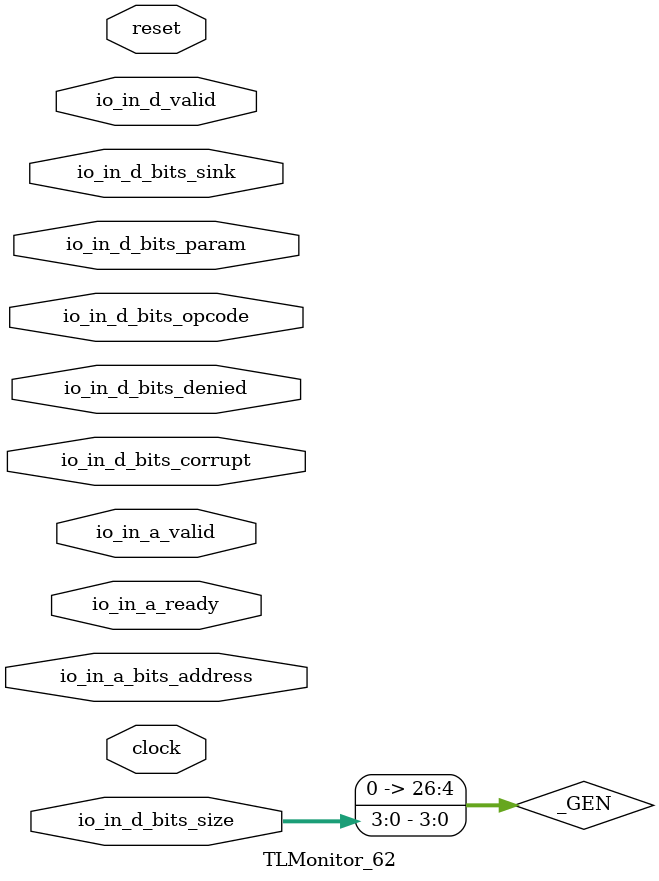
<source format=sv>
`ifndef RANDOMIZE
  `ifdef RANDOMIZE_REG_INIT
    `define RANDOMIZE
  `endif // RANDOMIZE_REG_INIT
`endif // not def RANDOMIZE
`ifndef RANDOMIZE
  `ifdef RANDOMIZE_MEM_INIT
    `define RANDOMIZE
  `endif // RANDOMIZE_MEM_INIT
`endif // not def RANDOMIZE

`ifndef RANDOM
  `define RANDOM $random
`endif // not def RANDOM

// Users can define 'PRINTF_COND' to add an extra gate to prints.
`ifndef PRINTF_COND_
  `ifdef PRINTF_COND
    `define PRINTF_COND_ (`PRINTF_COND)
  `else  // PRINTF_COND
    `define PRINTF_COND_ 1
  `endif // PRINTF_COND
`endif // not def PRINTF_COND_

// Users can define 'ASSERT_VERBOSE_COND' to add an extra gate to assert error printing.
`ifndef ASSERT_VERBOSE_COND_
  `ifdef ASSERT_VERBOSE_COND
    `define ASSERT_VERBOSE_COND_ (`ASSERT_VERBOSE_COND)
  `else  // ASSERT_VERBOSE_COND
    `define ASSERT_VERBOSE_COND_ 1
  `endif // ASSERT_VERBOSE_COND
`endif // not def ASSERT_VERBOSE_COND_

// Users can define 'STOP_COND' to add an extra gate to stop conditions.
`ifndef STOP_COND_
  `ifdef STOP_COND
    `define STOP_COND_ (`STOP_COND)
  `else  // STOP_COND
    `define STOP_COND_ 1
  `endif // STOP_COND
`endif // not def STOP_COND_

// Users can define INIT_RANDOM as general code that gets injected into the
// initializer block for modules with registers.
`ifndef INIT_RANDOM
  `define INIT_RANDOM
`endif // not def INIT_RANDOM

// If using random initialization, you can also define RANDOMIZE_DELAY to
// customize the delay used, otherwise 0.002 is used.
`ifndef RANDOMIZE_DELAY
  `define RANDOMIZE_DELAY 0.002
`endif // not def RANDOMIZE_DELAY

// Define INIT_RANDOM_PROLOG_ for use in our modules below.
`ifndef INIT_RANDOM_PROLOG_
  `ifdef RANDOMIZE
    `ifdef VERILATOR
      `define INIT_RANDOM_PROLOG_ `INIT_RANDOM
    `else  // VERILATOR
      `define INIT_RANDOM_PROLOG_ `INIT_RANDOM #`RANDOMIZE_DELAY begin end
    `endif // VERILATOR
  `else  // RANDOMIZE
    `define INIT_RANDOM_PROLOG_
  `endif // RANDOMIZE
`endif // not def INIT_RANDOM_PROLOG_

module TLMonitor_62(
  input        clock,
               reset,
               io_in_a_ready,
               io_in_a_valid,
  input [31:0] io_in_a_bits_address,
  input        io_in_d_valid,
  input [2:0]  io_in_d_bits_opcode,
  input [1:0]  io_in_d_bits_param,
  input [3:0]  io_in_d_bits_size,
               io_in_d_bits_sink,
  input        io_in_d_bits_denied,
               io_in_d_bits_corrupt
);

  wire [31:0] _plusarg_reader_1_out;	// @[PlusArg.scala:80:11]
  wire [31:0] _plusarg_reader_out;	// @[PlusArg.scala:80:11]
  wire        _T_1164 = io_in_a_ready & io_in_a_valid;	// @[Decoupled.scala:51:35]
  reg  [7:0]  a_first_counter;	// @[Edges.scala:229:27]
  reg  [2:0]  opcode;	// @[Monitor.scala:384:22]
  reg  [2:0]  param;	// @[Monitor.scala:385:22]
  reg  [3:0]  size;	// @[Monitor.scala:386:22]
  reg         source;	// @[Monitor.scala:387:22]
  reg  [31:0] address;	// @[Monitor.scala:388:22]
  reg  [7:0]  d_first_counter;	// @[Edges.scala:229:27]
  reg  [2:0]  opcode_1;	// @[Monitor.scala:535:22]
  reg  [1:0]  param_1;	// @[Monitor.scala:536:22]
  reg  [3:0]  size_1;	// @[Monitor.scala:537:22]
  reg         source_1;	// @[Monitor.scala:538:22]
  reg  [3:0]  sink;	// @[Monitor.scala:539:22]
  reg         denied;	// @[Monitor.scala:540:22]
  reg         inflight;	// @[Monitor.scala:611:27]
  reg  [3:0]  inflight_opcodes;	// @[Monitor.scala:613:35]
  reg  [7:0]  inflight_sizes;	// @[Monitor.scala:615:33]
  reg  [7:0]  a_first_counter_1;	// @[Edges.scala:229:27]
  wire        a_first_1 = a_first_counter_1 == 8'h0;	// @[Edges.scala:229:27, :231:25, Monitor.scala:745:35]
  reg  [7:0]  d_first_counter_1;	// @[Edges.scala:229:27]
  wire        d_first_1 = d_first_counter_1 == 8'h0;	// @[Edges.scala:229:27, :231:25, Monitor.scala:745:35]
  wire        a_set = _T_1164 & a_first_1;	// @[Decoupled.scala:51:35, Edges.scala:231:25, Monitor.scala:652:27]
  wire        d_release_ack = io_in_d_bits_opcode == 3'h6;	// @[Monitor.scala:81:25, :670:46]
  reg  [31:0] watchdog;	// @[Monitor.scala:706:27]
  reg  [7:0]  d_first_counter_2;	// @[Edges.scala:229:27]
  wire        d_first_2 = d_first_counter_2 == 8'h0;	// @[Edges.scala:229:27, :231:25, Monitor.scala:745:35]
  wire [26:0] _GEN = {23'h0, io_in_d_bits_size};	// @[package.scala:235:71]
  wire [26:0] _d_first_beats1_decode_T_1 = 27'hFFF << _GEN;	// @[package.scala:235:71]
  wire [26:0] _d_first_beats1_decode_T_5 = 27'hFFF << _GEN;	// @[package.scala:235:71]
  wire [26:0] _d_first_beats1_decode_T_9 = 27'hFFF << _GEN;	// @[package.scala:235:71]
  wire        d_clr = io_in_d_valid & d_first_1 & ~d_release_ack;	// @[Edges.scala:231:25, Monitor.scala:670:46, :671:74, :675:72]
  wire        _T_1055 = _T_1164 & ~(|a_first_counter);	// @[Decoupled.scala:51:35, Edges.scala:229:27, :231:25, Monitor.scala:396:20]
  wire        _T_1083 = io_in_d_valid & ~(|d_first_counter);	// @[Edges.scala:229:27, :231:25, Monitor.scala:549:20]
  always @(posedge clock) begin
    if (reset) begin
      a_first_counter <= 8'h0;	// @[Edges.scala:229:27, Monitor.scala:745:35]
      d_first_counter <= 8'h0;	// @[Edges.scala:229:27, Monitor.scala:745:35]
      inflight <= 1'h0;	// @[Monitor.scala:611:27]
      inflight_opcodes <= 4'h0;	// @[Monitor.scala:613:35, :638:65, Parameters.scala:92:42]
      inflight_sizes <= 8'h0;	// @[Monitor.scala:615:33, :745:35]
      a_first_counter_1 <= 8'h0;	// @[Edges.scala:229:27, Monitor.scala:745:35]
      d_first_counter_1 <= 8'h0;	// @[Edges.scala:229:27, Monitor.scala:745:35]
      watchdog <= 32'h0;	// @[Bundles.scala:259:74, Monitor.scala:706:27]
      d_first_counter_2 <= 8'h0;	// @[Edges.scala:229:27, Monitor.scala:745:35]
    end
    else begin
      if (_T_1164) begin	// @[Decoupled.scala:51:35]
        if (|a_first_counter)	// @[Edges.scala:229:27, :231:25]
          a_first_counter <= a_first_counter - 8'h1;	// @[Edges.scala:229:27, :230:28]
        else	// @[Edges.scala:231:25]
          a_first_counter <= 8'h0;	// @[Edges.scala:229:27, Monitor.scala:745:35]
        if (a_first_1)	// @[Edges.scala:231:25]
          a_first_counter_1 <= 8'h0;	// @[Edges.scala:229:27, Monitor.scala:745:35]
        else	// @[Edges.scala:231:25]
          a_first_counter_1 <= a_first_counter_1 - 8'h1;	// @[Edges.scala:229:27, :230:28]
      end
      if (io_in_d_valid) begin
        if (|d_first_counter)	// @[Edges.scala:229:27, :231:25]
          d_first_counter <= d_first_counter - 8'h1;	// @[Edges.scala:229:27, :230:28]
        else if (io_in_d_bits_opcode[0])	// @[Edges.scala:106:36]
          d_first_counter <= ~(_d_first_beats1_decode_T_1[11:4]);	// @[Edges.scala:229:27, package.scala:235:{46,71,76}]
        else	// @[Edges.scala:106:36]
          d_first_counter <= 8'h0;	// @[Edges.scala:229:27, Monitor.scala:745:35]
        if (d_first_1) begin	// @[Edges.scala:231:25]
          if (io_in_d_bits_opcode[0])	// @[Edges.scala:106:36]
            d_first_counter_1 <= ~(_d_first_beats1_decode_T_5[11:4]);	// @[Edges.scala:229:27, package.scala:235:{46,71,76}]
          else	// @[Edges.scala:106:36]
            d_first_counter_1 <= 8'h0;	// @[Edges.scala:229:27, Monitor.scala:745:35]
        end
        else	// @[Edges.scala:231:25]
          d_first_counter_1 <= d_first_counter_1 - 8'h1;	// @[Edges.scala:229:27, :230:28]
        if (d_first_2) begin	// @[Edges.scala:231:25]
          if (io_in_d_bits_opcode[0])	// @[Edges.scala:106:36]
            d_first_counter_2 <= ~(_d_first_beats1_decode_T_9[11:4]);	// @[Edges.scala:229:27, package.scala:235:{46,71,76}]
          else	// @[Edges.scala:106:36]
            d_first_counter_2 <= 8'h0;	// @[Edges.scala:229:27, Monitor.scala:745:35]
        end
        else	// @[Edges.scala:231:25]
          d_first_counter_2 <= d_first_counter_2 - 8'h1;	// @[Edges.scala:229:27, :230:28]
      end
      inflight <= (inflight | a_set) & ~d_clr;	// @[Monitor.scala:611:27, :652:27, :675:72, :702:{27,36,38}]
      inflight_opcodes <= (inflight_opcodes | (a_set ? 4'h9 : 4'h0)) & ~{4{d_clr}};	// @[Monitor.scala:613:35, :627:33, :638:65, :652:{27,72}, :654:61, :656:28, :665:33, :675:{72,91}, :677:21, :703:{43,60,62}, Parameters.scala:92:42]
      inflight_sizes <= (inflight_sizes | (a_set ? {3'h0, a_set ? 5'hD : 5'h0} : 8'h0)) & ~{8{d_clr}};	// @[Monitor.scala:615:33, :629:31, :645:38, :652:{27,72}, :655:{28,59}, :657:28, :667:31, :675:{72,91}, :678:21, :704:{39,54,56}, :745:35]
      if (_T_1164 | io_in_d_valid)	// @[Decoupled.scala:51:35, Monitor.scala:712:27]
        watchdog <= 32'h0;	// @[Bundles.scala:259:74, Monitor.scala:706:27]
      else	// @[Monitor.scala:712:27]
        watchdog <= watchdog + 32'h1;	// @[Monitor.scala:706:27, :711:26]
    end
    if (_T_1055) begin	// @[Monitor.scala:396:20]
      opcode <= 3'h4;	// @[Monitor.scala:384:22]
      param <= 3'h0;	// @[Monitor.scala:385:22]
      size <= 4'h6;	// @[Monitor.scala:386:22]
      address <= io_in_a_bits_address;	// @[Monitor.scala:388:22]
    end
    source <= ~_T_1055 & source;	// @[Monitor.scala:387:22, :396:{20,32}, :400:15]
    if (_T_1083) begin	// @[Monitor.scala:549:20]
      opcode_1 <= io_in_d_bits_opcode;	// @[Monitor.scala:535:22]
      param_1 <= io_in_d_bits_param;	// @[Monitor.scala:536:22]
      size_1 <= io_in_d_bits_size;	// @[Monitor.scala:537:22]
      sink <= io_in_d_bits_sink;	// @[Monitor.scala:539:22]
      denied <= io_in_d_bits_denied;	// @[Monitor.scala:540:22]
    end
    source_1 <= ~_T_1083 & source_1;	// @[Monitor.scala:538:22, :549:{20,32}, :553:15]
  end // always @(posedge)
  `ifndef SYNTHESIS
    wire  [7:0][2:0] _GEN_0 = '{3'h4, 3'h5, 3'h2, 3'h1, 3'h1, 3'h1, 3'h0, 3'h0};	// @[Monitor.scala:690:38]
    wire  [7:0][2:0] _GEN_1 = '{3'h4, 3'h4, 3'h2, 3'h1, 3'h1, 3'h1, 3'h0, 3'h0};	// @[Monitor.scala:689:38]
    wire             _GEN_2 = io_in_d_valid & io_in_d_bits_opcode == 3'h6;	// @[Monitor.scala:81:25, :310:{25,52}]
    wire             _GEN_3 = io_in_d_bits_size[3:2] == 2'h0;	// @[Monitor.scala:312:27, :313:28]
    wire             _GEN_4 = io_in_d_valid & io_in_d_bits_opcode == 3'h4;	// @[Monitor.scala:318:{25,47}]
    wire             _GEN_5 = io_in_d_bits_param == 2'h2;	// @[Bundles.scala:111:27, Monitor.scala:323:28]
    wire             _GEN_6 = io_in_d_valid & io_in_d_bits_opcode == 3'h5;	// @[Monitor.scala:146:25, :328:{25,51}]
    wire             _GEN_7 = io_in_d_valid & io_in_d_bits_opcode == 3'h0;	// @[Monitor.scala:338:{25,51}]
    wire             _GEN_8 = io_in_d_valid & io_in_d_bits_opcode == 3'h1;	// @[Monitor.scala:346:{25,55}, :640:42]
    wire             _GEN_9 = io_in_d_valid & io_in_d_bits_opcode == 3'h2;	// @[Monitor.scala:354:{25,49}, :640:42]
    wire             _T_1033 = io_in_a_valid & (|a_first_counter);	// @[Edges.scala:229:27, :231:25, Monitor.scala:389:19]
    wire             _T_1057 = io_in_d_valid & (|d_first_counter);	// @[Edges.scala:229:27, :231:25, Monitor.scala:541:19]
    wire             a_set_wo_ready = io_in_a_valid & a_first_1;	// @[Edges.scala:231:25, Monitor.scala:648:26]
    wire             _T_1136 = io_in_d_valid & d_first_1;	// @[Edges.scala:231:25, Monitor.scala:671:26]
    wire             _T_1107 = _T_1136 & ~d_release_ack;	// @[Monitor.scala:670:46, :671:{26,74}, :680:71]
    wire             _GEN_10 = _T_1107 & a_set_wo_ready;	// @[Monitor.scala:648:26, :680:71, :684:30]
    wire             _GEN_11 = _T_1107 & ~a_set_wo_ready;	// @[Monitor.scala:648:26, :680:71, :684:30]
    wire             _T_1193 = io_in_d_valid & d_first_2 & d_release_ack;	// @[Edges.scala:231:25, Monitor.scala:670:46, :791:71]
    always @(posedge clock) begin	// @[Monitor.scala:42:11]
      if (io_in_a_valid & ~reset & ~(io_in_a_bits_address[31:12] == 20'h3 | {io_in_a_bits_address[31:15], io_in_a_bits_address[13:12]} == 19'h0 | io_in_a_bits_address[31:16] == 16'h1 | {io_in_a_bits_address[31:17] ^ 15'h8, io_in_a_bits_address[15:12]} == 19'h0 | io_in_a_bits_address[31:16] == 16'h200 | io_in_a_bits_address[31:12] == 20'h2010 | io_in_a_bits_address[31:26] == 6'h3 | io_in_a_bits_address[31:12] == 20'h54000 | io_in_a_bits_address[31:28] == 4'h8)) begin	// @[Monitor.scala:42:11, Parameters.scala:137:{31,45,65}, :673:26]
        if (`ASSERT_VERBOSE_COND_)	// @[Monitor.scala:42:11]
          $error("Assertion failed: 'A' channel carries Get type which slave claims it can't support (connected at tile.scala:138:21)\n    at Monitor.scala:42 assert(cond, message)\n");	// @[Monitor.scala:42:11]
        if (`STOP_COND_)	// @[Monitor.scala:42:11]
          $fatal;	// @[Monitor.scala:42:11]
      end
      if (io_in_a_valid & ~reset & (|(io_in_a_bits_address[5:0]))) begin	// @[Edges.scala:21:{16,24}, Monitor.scala:42:11]
        if (`ASSERT_VERBOSE_COND_)	// @[Monitor.scala:42:11]
          $error("Assertion failed: 'A' channel Get address not aligned to size (connected at tile.scala:138:21)\n    at Monitor.scala:42 assert(cond, message)\n");	// @[Monitor.scala:42:11]
        if (`STOP_COND_)	// @[Monitor.scala:42:11]
          $fatal;	// @[Monitor.scala:42:11]
      end
      if (io_in_d_valid & ~reset & (&io_in_d_bits_opcode)) begin	// @[Bundles.scala:45:24, Monitor.scala:49:11]
        if (`ASSERT_VERBOSE_COND_)	// @[Monitor.scala:49:11]
          $error("Assertion failed: 'D' channel has invalid opcode (connected at tile.scala:138:21)\n    at Monitor.scala:49 assert(cond, message)\n");	// @[Monitor.scala:49:11]
        if (`STOP_COND_)	// @[Monitor.scala:49:11]
          $fatal;	// @[Monitor.scala:49:11]
      end
      if (_GEN_2 & ~reset & _GEN_3) begin	// @[Monitor.scala:49:11, :310:52, :312:27]
        if (`ASSERT_VERBOSE_COND_)	// @[Monitor.scala:49:11]
          $error("Assertion failed: 'D' channel ReleaseAck smaller than a beat (connected at tile.scala:138:21)\n    at Monitor.scala:49 assert(cond, message)\n");	// @[Monitor.scala:49:11]
        if (`STOP_COND_)	// @[Monitor.scala:49:11]
          $fatal;	// @[Monitor.scala:49:11]
      end
      if (_GEN_2 & ~reset & (|io_in_d_bits_param)) begin	// @[Monitor.scala:49:11, :310:52, :313:28]
        if (`ASSERT_VERBOSE_COND_)	// @[Monitor.scala:49:11]
          $error("Assertion failed: 'D' channel ReleaseeAck carries invalid param (connected at tile.scala:138:21)\n    at Monitor.scala:49 assert(cond, message)\n");	// @[Monitor.scala:49:11]
        if (`STOP_COND_)	// @[Monitor.scala:49:11]
          $fatal;	// @[Monitor.scala:49:11]
      end
      if (_GEN_2 & ~reset & io_in_d_bits_corrupt) begin	// @[Monitor.scala:49:11, :310:52]
        if (`ASSERT_VERBOSE_COND_)	// @[Monitor.scala:49:11]
          $error("Assertion failed: 'D' channel ReleaseAck is corrupt (connected at tile.scala:138:21)\n    at Monitor.scala:49 assert(cond, message)\n");	// @[Monitor.scala:49:11]
        if (`STOP_COND_)	// @[Monitor.scala:49:11]
          $fatal;	// @[Monitor.scala:49:11]
      end
      if (_GEN_2 & ~reset & io_in_d_bits_denied) begin	// @[Monitor.scala:49:11, :310:52]
        if (`ASSERT_VERBOSE_COND_)	// @[Monitor.scala:49:11]
          $error("Assertion failed: 'D' channel ReleaseAck is denied (connected at tile.scala:138:21)\n    at Monitor.scala:49 assert(cond, message)\n");	// @[Monitor.scala:49:11]
        if (`STOP_COND_)	// @[Monitor.scala:49:11]
          $fatal;	// @[Monitor.scala:49:11]
      end
      if (_GEN_4 & ~reset & _GEN_3) begin	// @[Monitor.scala:49:11, :312:27, :318:47]
        if (`ASSERT_VERBOSE_COND_)	// @[Monitor.scala:49:11]
          $error("Assertion failed: 'D' channel Grant smaller than a beat (connected at tile.scala:138:21)\n    at Monitor.scala:49 assert(cond, message)\n");	// @[Monitor.scala:49:11]
        if (`STOP_COND_)	// @[Monitor.scala:49:11]
          $fatal;	// @[Monitor.scala:49:11]
      end
      if (_GEN_4 & ~reset & (&io_in_d_bits_param)) begin	// @[Bundles.scala:105:26, Monitor.scala:49:11, :318:47]
        if (`ASSERT_VERBOSE_COND_)	// @[Monitor.scala:49:11]
          $error("Assertion failed: 'D' channel Grant carries invalid cap param (connected at tile.scala:138:21)\n    at Monitor.scala:49 assert(cond, message)\n");	// @[Monitor.scala:49:11]
        if (`STOP_COND_)	// @[Monitor.scala:49:11]
          $fatal;	// @[Monitor.scala:49:11]
      end
      if (_GEN_4 & ~reset & _GEN_5) begin	// @[Monitor.scala:49:11, :318:47, :323:28]
        if (`ASSERT_VERBOSE_COND_)	// @[Monitor.scala:49:11]
          $error("Assertion failed: 'D' channel Grant carries toN param (connected at tile.scala:138:21)\n    at Monitor.scala:49 assert(cond, message)\n");	// @[Monitor.scala:49:11]
        if (`STOP_COND_)	// @[Monitor.scala:49:11]
          $fatal;	// @[Monitor.scala:49:11]
      end
      if (_GEN_4 & ~reset & io_in_d_bits_corrupt) begin	// @[Monitor.scala:49:11, :318:47]
        if (`ASSERT_VERBOSE_COND_)	// @[Monitor.scala:49:11]
          $error("Assertion failed: 'D' channel Grant is corrupt (connected at tile.scala:138:21)\n    at Monitor.scala:49 assert(cond, message)\n");	// @[Monitor.scala:49:11]
        if (`STOP_COND_)	// @[Monitor.scala:49:11]
          $fatal;	// @[Monitor.scala:49:11]
      end
      if (_GEN_6 & ~reset & _GEN_3) begin	// @[Monitor.scala:49:11, :312:27, :328:51]
        if (`ASSERT_VERBOSE_COND_)	// @[Monitor.scala:49:11]
          $error("Assertion failed: 'D' channel GrantData smaller than a beat (connected at tile.scala:138:21)\n    at Monitor.scala:49 assert(cond, message)\n");	// @[Monitor.scala:49:11]
        if (`STOP_COND_)	// @[Monitor.scala:49:11]
          $fatal;	// @[Monitor.scala:49:11]
      end
      if (_GEN_6 & ~reset & (&io_in_d_bits_param)) begin	// @[Bundles.scala:105:26, Monitor.scala:49:11, :328:51]
        if (`ASSERT_VERBOSE_COND_)	// @[Monitor.scala:49:11]
          $error("Assertion failed: 'D' channel GrantData carries invalid cap param (connected at tile.scala:138:21)\n    at Monitor.scala:49 assert(cond, message)\n");	// @[Monitor.scala:49:11]
        if (`STOP_COND_)	// @[Monitor.scala:49:11]
          $fatal;	// @[Monitor.scala:49:11]
      end
      if (_GEN_6 & ~reset & _GEN_5) begin	// @[Monitor.scala:49:11, :323:28, :328:51]
        if (`ASSERT_VERBOSE_COND_)	// @[Monitor.scala:49:11]
          $error("Assertion failed: 'D' channel GrantData carries toN param (connected at tile.scala:138:21)\n    at Monitor.scala:49 assert(cond, message)\n");	// @[Monitor.scala:49:11]
        if (`STOP_COND_)	// @[Monitor.scala:49:11]
          $fatal;	// @[Monitor.scala:49:11]
      end
      if (_GEN_6 & ~reset & ~(~io_in_d_bits_denied | io_in_d_bits_corrupt)) begin	// @[Monitor.scala:49:11, :328:51, :334:{15,30}]
        if (`ASSERT_VERBOSE_COND_)	// @[Monitor.scala:49:11]
          $error("Assertion failed: 'D' channel GrantData is denied but not corrupt (connected at tile.scala:138:21)\n    at Monitor.scala:49 assert(cond, message)\n");	// @[Monitor.scala:49:11]
        if (`STOP_COND_)	// @[Monitor.scala:49:11]
          $fatal;	// @[Monitor.scala:49:11]
      end
      if (_GEN_7 & ~reset & (|io_in_d_bits_param)) begin	// @[Monitor.scala:49:11, :338:51, :341:28]
        if (`ASSERT_VERBOSE_COND_)	// @[Monitor.scala:49:11]
          $error("Assertion failed: 'D' channel AccessAck carries invalid param (connected at tile.scala:138:21)\n    at Monitor.scala:49 assert(cond, message)\n");	// @[Monitor.scala:49:11]
        if (`STOP_COND_)	// @[Monitor.scala:49:11]
          $fatal;	// @[Monitor.scala:49:11]
      end
      if (_GEN_7 & ~reset & io_in_d_bits_corrupt) begin	// @[Monitor.scala:49:11, :338:51]
        if (`ASSERT_VERBOSE_COND_)	// @[Monitor.scala:49:11]
          $error("Assertion failed: 'D' channel AccessAck is corrupt (connected at tile.scala:138:21)\n    at Monitor.scala:49 assert(cond, message)\n");	// @[Monitor.scala:49:11]
        if (`STOP_COND_)	// @[Monitor.scala:49:11]
          $fatal;	// @[Monitor.scala:49:11]
      end
      if (_GEN_8 & ~reset & (|io_in_d_bits_param)) begin	// @[Monitor.scala:49:11, :346:55, :349:28]
        if (`ASSERT_VERBOSE_COND_)	// @[Monitor.scala:49:11]
          $error("Assertion failed: 'D' channel AccessAckData carries invalid param (connected at tile.scala:138:21)\n    at Monitor.scala:49 assert(cond, message)\n");	// @[Monitor.scala:49:11]
        if (`STOP_COND_)	// @[Monitor.scala:49:11]
          $fatal;	// @[Monitor.scala:49:11]
      end
      if (_GEN_8 & ~reset & ~(~io_in_d_bits_denied | io_in_d_bits_corrupt)) begin	// @[Monitor.scala:49:11, :346:55, :350:{15,30}]
        if (`ASSERT_VERBOSE_COND_)	// @[Monitor.scala:49:11]
          $error("Assertion failed: 'D' channel AccessAckData is denied but not corrupt (connected at tile.scala:138:21)\n    at Monitor.scala:49 assert(cond, message)\n");	// @[Monitor.scala:49:11]
        if (`STOP_COND_)	// @[Monitor.scala:49:11]
          $fatal;	// @[Monitor.scala:49:11]
      end
      if (_GEN_9 & ~reset & (|io_in_d_bits_param)) begin	// @[Monitor.scala:49:11, :354:49, :357:28]
        if (`ASSERT_VERBOSE_COND_)	// @[Monitor.scala:49:11]
          $error("Assertion failed: 'D' channel HintAck carries invalid param (connected at tile.scala:138:21)\n    at Monitor.scala:49 assert(cond, message)\n");	// @[Monitor.scala:49:11]
        if (`STOP_COND_)	// @[Monitor.scala:49:11]
          $fatal;	// @[Monitor.scala:49:11]
      end
      if (_GEN_9 & ~reset & io_in_d_bits_corrupt) begin	// @[Monitor.scala:49:11, :354:49]
        if (`ASSERT_VERBOSE_COND_)	// @[Monitor.scala:49:11]
          $error("Assertion failed: 'D' channel HintAck is corrupt (connected at tile.scala:138:21)\n    at Monitor.scala:49 assert(cond, message)\n");	// @[Monitor.scala:49:11]
        if (`STOP_COND_)	// @[Monitor.scala:49:11]
          $fatal;	// @[Monitor.scala:49:11]
      end
      if (_T_1033 & ~reset & opcode != 3'h4) begin	// @[Monitor.scala:42:11, :384:22, :389:19, :390:32]
        if (`ASSERT_VERBOSE_COND_)	// @[Monitor.scala:42:11]
          $error("Assertion failed: 'A' channel opcode changed within multibeat operation (connected at tile.scala:138:21)\n    at Monitor.scala:42 assert(cond, message)\n");	// @[Monitor.scala:42:11]
        if (`STOP_COND_)	// @[Monitor.scala:42:11]
          $fatal;	// @[Monitor.scala:42:11]
      end
      if (_T_1033 & ~reset & (|param)) begin	// @[Monitor.scala:42:11, :385:22, :389:19, :391:32]
        if (`ASSERT_VERBOSE_COND_)	// @[Monitor.scala:42:11]
          $error("Assertion failed: 'A' channel param changed within multibeat operation (connected at tile.scala:138:21)\n    at Monitor.scala:42 assert(cond, message)\n");	// @[Monitor.scala:42:11]
        if (`STOP_COND_)	// @[Monitor.scala:42:11]
          $fatal;	// @[Monitor.scala:42:11]
      end
      if (_T_1033 & ~reset & size != 4'h6) begin	// @[Monitor.scala:42:11, :386:22, :389:19, :392:32]
        if (`ASSERT_VERBOSE_COND_)	// @[Monitor.scala:42:11]
          $error("Assertion failed: 'A' channel size changed within multibeat operation (connected at tile.scala:138:21)\n    at Monitor.scala:42 assert(cond, message)\n");	// @[Monitor.scala:42:11]
        if (`STOP_COND_)	// @[Monitor.scala:42:11]
          $fatal;	// @[Monitor.scala:42:11]
      end
      if (_T_1033 & ~reset & source) begin	// @[Monitor.scala:42:11, :387:22, :389:19]
        if (`ASSERT_VERBOSE_COND_)	// @[Monitor.scala:42:11]
          $error("Assertion failed: 'A' channel source changed within multibeat operation (connected at tile.scala:138:21)\n    at Monitor.scala:42 assert(cond, message)\n");	// @[Monitor.scala:42:11]
        if (`STOP_COND_)	// @[Monitor.scala:42:11]
          $fatal;	// @[Monitor.scala:42:11]
      end
      if (_T_1033 & ~reset & io_in_a_bits_address != address) begin	// @[Monitor.scala:42:11, :388:22, :389:19, :394:32]
        if (`ASSERT_VERBOSE_COND_)	// @[Monitor.scala:42:11]
          $error("Assertion failed: 'A' channel address changed with multibeat operation (connected at tile.scala:138:21)\n    at Monitor.scala:42 assert(cond, message)\n");	// @[Monitor.scala:42:11]
        if (`STOP_COND_)	// @[Monitor.scala:42:11]
          $fatal;	// @[Monitor.scala:42:11]
      end
      if (_T_1057 & ~reset & io_in_d_bits_opcode != opcode_1) begin	// @[Monitor.scala:49:11, :535:22, :541:19, :542:29]
        if (`ASSERT_VERBOSE_COND_)	// @[Monitor.scala:49:11]
          $error("Assertion failed: 'D' channel opcode changed within multibeat operation (connected at tile.scala:138:21)\n    at Monitor.scala:49 assert(cond, message)\n");	// @[Monitor.scala:49:11]
        if (`STOP_COND_)	// @[Monitor.scala:49:11]
          $fatal;	// @[Monitor.scala:49:11]
      end
      if (_T_1057 & ~reset & io_in_d_bits_param != param_1) begin	// @[Monitor.scala:49:11, :536:22, :541:19, :543:29]
        if (`ASSERT_VERBOSE_COND_)	// @[Monitor.scala:49:11]
          $error("Assertion failed: 'D' channel param changed within multibeat operation (connected at tile.scala:138:21)\n    at Monitor.scala:49 assert(cond, message)\n");	// @[Monitor.scala:49:11]
        if (`STOP_COND_)	// @[Monitor.scala:49:11]
          $fatal;	// @[Monitor.scala:49:11]
      end
      if (_T_1057 & ~reset & io_in_d_bits_size != size_1) begin	// @[Monitor.scala:49:11, :537:22, :541:19, :544:29]
        if (`ASSERT_VERBOSE_COND_)	// @[Monitor.scala:49:11]
          $error("Assertion failed: 'D' channel size changed within multibeat operation (connected at tile.scala:138:21)\n    at Monitor.scala:49 assert(cond, message)\n");	// @[Monitor.scala:49:11]
        if (`STOP_COND_)	// @[Monitor.scala:49:11]
          $fatal;	// @[Monitor.scala:49:11]
      end
      if (_T_1057 & ~reset & source_1) begin	// @[Monitor.scala:49:11, :538:22, :541:19]
        if (`ASSERT_VERBOSE_COND_)	// @[Monitor.scala:49:11]
          $error("Assertion failed: 'D' channel source changed within multibeat operation (connected at tile.scala:138:21)\n    at Monitor.scala:49 assert(cond, message)\n");	// @[Monitor.scala:49:11]
        if (`STOP_COND_)	// @[Monitor.scala:49:11]
          $fatal;	// @[Monitor.scala:49:11]
      end
      if (_T_1057 & ~reset & io_in_d_bits_sink != sink) begin	// @[Monitor.scala:49:11, :539:22, :541:19, :546:29]
        if (`ASSERT_VERBOSE_COND_)	// @[Monitor.scala:49:11]
          $error("Assertion failed: 'D' channel sink changed with multibeat operation (connected at tile.scala:138:21)\n    at Monitor.scala:49 assert(cond, message)\n");	// @[Monitor.scala:49:11]
        if (`STOP_COND_)	// @[Monitor.scala:49:11]
          $fatal;	// @[Monitor.scala:49:11]
      end
      if (_T_1057 & ~reset & io_in_d_bits_denied != denied) begin	// @[Monitor.scala:49:11, :540:22, :541:19, :547:29]
        if (`ASSERT_VERBOSE_COND_)	// @[Monitor.scala:49:11]
          $error("Assertion failed: 'D' channel denied changed with multibeat operation (connected at tile.scala:138:21)\n    at Monitor.scala:49 assert(cond, message)\n");	// @[Monitor.scala:49:11]
        if (`STOP_COND_)	// @[Monitor.scala:49:11]
          $fatal;	// @[Monitor.scala:49:11]
      end
      if (a_set & ~reset & inflight) begin	// @[Monitor.scala:42:11, :611:27, :652:27]
        if (`ASSERT_VERBOSE_COND_)	// @[Monitor.scala:42:11]
          $error("Assertion failed: 'A' channel re-used a source ID (connected at tile.scala:138:21)\n    at Monitor.scala:42 assert(cond, message)\n");	// @[Monitor.scala:42:11]
        if (`STOP_COND_)	// @[Monitor.scala:42:11]
          $fatal;	// @[Monitor.scala:42:11]
      end
      if (_T_1107 & ~reset & ~(inflight | a_set_wo_ready)) begin	// @[Monitor.scala:49:11, :611:27, :648:26, :680:71, :682:49]
        if (`ASSERT_VERBOSE_COND_)	// @[Monitor.scala:49:11]
          $error("Assertion failed: 'D' channel acknowledged for nothing inflight (connected at tile.scala:138:21)\n    at Monitor.scala:49 assert(cond, message)\n");	// @[Monitor.scala:49:11]
        if (`STOP_COND_)	// @[Monitor.scala:49:11]
          $fatal;	// @[Monitor.scala:49:11]
      end
      if (_GEN_10 & ~reset & ~(io_in_d_bits_opcode == 3'h1 | io_in_d_bits_opcode == 3'h1)) begin	// @[Monitor.scala:49:11, :640:42, :684:30, :685:{38,77}, :686:39]
        if (`ASSERT_VERBOSE_COND_)	// @[Monitor.scala:49:11]
          $error("Assertion failed: 'D' channel contains improper opcode response (connected at tile.scala:138:21)\n    at Monitor.scala:49 assert(cond, message)\n");	// @[Monitor.scala:49:11]
        if (`STOP_COND_)	// @[Monitor.scala:49:11]
          $fatal;	// @[Monitor.scala:49:11]
      end
      if (_GEN_10 & ~reset & io_in_d_bits_size != 4'h6) begin	// @[Monitor.scala:49:11, :684:30, :687:36]
        if (`ASSERT_VERBOSE_COND_)	// @[Monitor.scala:49:11]
          $error("Assertion failed: 'D' channel contains improper response size (connected at tile.scala:138:21)\n    at Monitor.scala:49 assert(cond, message)\n");	// @[Monitor.scala:49:11]
        if (`STOP_COND_)	// @[Monitor.scala:49:11]
          $fatal;	// @[Monitor.scala:49:11]
      end
      if (_GEN_11 & ~reset & ~(io_in_d_bits_opcode == _GEN_1[inflight_opcodes[3:1]] | io_in_d_bits_opcode == _GEN_0[inflight_opcodes[3:1]])) begin	// @[Monitor.scala:42:11, :49:11, :613:35, :634:152, :684:30, :689:{38,72}, :690:38]
        if (`ASSERT_VERBOSE_COND_)	// @[Monitor.scala:49:11]
          $error("Assertion failed: 'D' channel contains improper opcode response (connected at tile.scala:138:21)\n    at Monitor.scala:49 assert(cond, message)\n");	// @[Monitor.scala:49:11]
        if (`STOP_COND_)	// @[Monitor.scala:49:11]
          $fatal;	// @[Monitor.scala:49:11]
      end
      if (_GEN_11 & ~reset & {4'h0, io_in_d_bits_size} != {1'h0, inflight_sizes[7:1]}) begin	// @[Monitor.scala:42:11, :49:11, :615:33, :638:{19,65,144}, :684:30, :691:36, Parameters.scala:92:42]
        if (`ASSERT_VERBOSE_COND_)	// @[Monitor.scala:49:11]
          $error("Assertion failed: 'D' channel contains improper response size (connected at tile.scala:138:21)\n    at Monitor.scala:49 assert(cond, message)\n");	// @[Monitor.scala:49:11]
        if (`STOP_COND_)	// @[Monitor.scala:49:11]
          $fatal;	// @[Monitor.scala:49:11]
      end
      if (_T_1136 & a_first_1 & io_in_a_valid & ~d_release_ack & ~reset & ~io_in_a_ready) begin	// @[Edges.scala:231:25, Monitor.scala:49:11, :670:46, :671:{26,74}]
        if (`ASSERT_VERBOSE_COND_)	// @[Monitor.scala:49:11]
          $error("Assertion failed: ready check\n    at Monitor.scala:49 assert(cond, message)\n");	// @[Monitor.scala:49:11]
        if (`STOP_COND_)	// @[Monitor.scala:49:11]
          $fatal;	// @[Monitor.scala:49:11]
      end
      if (~reset & ~(a_set_wo_ready != (_T_1136 & ~d_release_ack) | ~a_set_wo_ready)) begin	// @[Monitor.scala:49:11, :648:26, :670:46, :671:{26,71,74}, :699:{29,48,51}]
        if (`ASSERT_VERBOSE_COND_)	// @[Monitor.scala:49:11]
          $error("Assertion failed: 'A' and 'D' concurrent, despite minlatency 4 (connected at tile.scala:138:21)\n    at Monitor.scala:49 assert(cond, message)\n");	// @[Monitor.scala:49:11]
        if (`STOP_COND_)	// @[Monitor.scala:49:11]
          $fatal;	// @[Monitor.scala:49:11]
      end
      if (~reset & ~(~inflight | _plusarg_reader_out == 32'h0 | watchdog < _plusarg_reader_out)) begin	// @[Bundles.scala:259:74, Monitor.scala:42:11, :611:27, :706:27, :709:{16,39,47,59}, PlusArg.scala:80:11]
        if (`ASSERT_VERBOSE_COND_)	// @[Monitor.scala:42:11]
          $error("Assertion failed: TileLink timeout expired (connected at tile.scala:138:21)\n    at Monitor.scala:42 assert(cond, message)\n");	// @[Monitor.scala:42:11]
        if (`STOP_COND_)	// @[Monitor.scala:42:11]
          $fatal;	// @[Monitor.scala:42:11]
      end
      if (_T_1193 & ~reset) begin	// @[Monitor.scala:49:11, :791:71]
        if (`ASSERT_VERBOSE_COND_)	// @[Monitor.scala:49:11]
          $error("Assertion failed: 'D' channel acknowledged for nothing inflight (connected at tile.scala:138:21)\n    at Monitor.scala:49 assert(cond, message)\n");	// @[Monitor.scala:49:11]
        if (`STOP_COND_)	// @[Monitor.scala:49:11]
          $fatal;	// @[Monitor.scala:49:11]
      end
      if (_T_1193 & ~reset & (|io_in_d_bits_size)) begin	// @[Monitor.scala:49:11, :791:71, :797:36]
        if (`ASSERT_VERBOSE_COND_)	// @[Monitor.scala:49:11]
          $error("Assertion failed: 'D' channel contains improper response size (connected at tile.scala:138:21)\n    at Monitor.scala:49 assert(cond, message)\n");	// @[Monitor.scala:49:11]
        if (`STOP_COND_)	// @[Monitor.scala:49:11]
          $fatal;	// @[Monitor.scala:49:11]
      end
    end // always @(posedge)
    `ifdef FIRRTL_BEFORE_INITIAL
      `FIRRTL_BEFORE_INITIAL
    `endif // FIRRTL_BEFORE_INITIAL
    logic [31:0]     _RANDOM_0;
    logic [31:0]     _RANDOM_1;
    logic [31:0]     _RANDOM_2;
    logic [31:0]     _RANDOM_3;
    logic [31:0]     _RANDOM_4;
    logic [31:0]     _RANDOM_5;
    initial begin
      `ifdef INIT_RANDOM_PROLOG_
        `INIT_RANDOM_PROLOG_
      `endif // INIT_RANDOM_PROLOG_
      `ifdef RANDOMIZE_REG_INIT
        _RANDOM_0 = `RANDOM;
        _RANDOM_1 = `RANDOM;
        _RANDOM_2 = `RANDOM;
        _RANDOM_3 = `RANDOM;
        _RANDOM_4 = `RANDOM;
        _RANDOM_5 = `RANDOM;
        a_first_counter = _RANDOM_0[7:0];	// @[Edges.scala:229:27]
        opcode = _RANDOM_0[10:8];	// @[Edges.scala:229:27, Monitor.scala:384:22]
        param = _RANDOM_0[13:11];	// @[Edges.scala:229:27, Monitor.scala:385:22]
        size = _RANDOM_0[17:14];	// @[Edges.scala:229:27, Monitor.scala:386:22]
        source = _RANDOM_0[18];	// @[Edges.scala:229:27, Monitor.scala:387:22]
        address = {_RANDOM_0[31:19], _RANDOM_1[18:0]};	// @[Edges.scala:229:27, Monitor.scala:388:22]
        d_first_counter = _RANDOM_1[26:19];	// @[Edges.scala:229:27, Monitor.scala:388:22]
        opcode_1 = _RANDOM_1[29:27];	// @[Monitor.scala:388:22, :535:22]
        param_1 = _RANDOM_1[31:30];	// @[Monitor.scala:388:22, :536:22]
        size_1 = _RANDOM_2[3:0];	// @[Monitor.scala:537:22]
        source_1 = _RANDOM_2[4];	// @[Monitor.scala:537:22, :538:22]
        sink = _RANDOM_2[8:5];	// @[Monitor.scala:537:22, :539:22]
        denied = _RANDOM_2[9];	// @[Monitor.scala:537:22, :540:22]
        inflight = _RANDOM_2[10];	// @[Monitor.scala:537:22, :611:27]
        inflight_opcodes = _RANDOM_2[14:11];	// @[Monitor.scala:537:22, :613:35]
        inflight_sizes = _RANDOM_2[22:15];	// @[Monitor.scala:537:22, :615:33]
        a_first_counter_1 = _RANDOM_2[30:23];	// @[Edges.scala:229:27, Monitor.scala:537:22]
        d_first_counter_1 = {_RANDOM_2[31], _RANDOM_3[6:0]};	// @[Edges.scala:229:27, Monitor.scala:537:22]
        watchdog = {_RANDOM_3[31:7], _RANDOM_4[6:0]};	// @[Edges.scala:229:27, Monitor.scala:706:27]
        d_first_counter_2 = {_RANDOM_4[31:28], _RANDOM_5[3:0]};	// @[Edges.scala:229:27, Monitor.scala:706:27]
      `endif // RANDOMIZE_REG_INIT
    end // initial
    `ifdef FIRRTL_AFTER_INITIAL
      `FIRRTL_AFTER_INITIAL
    `endif // FIRRTL_AFTER_INITIAL
  `endif // not def SYNTHESIS
  plusarg_reader #(
    .FORMAT("tilelink_timeout=%d"),
    .DEFAULT(0),
    .WIDTH(32)
  ) plusarg_reader (	// @[PlusArg.scala:80:11]
    .out (_plusarg_reader_out)
  );
  plusarg_reader #(
    .FORMAT("tilelink_timeout=%d"),
    .DEFAULT(0),
    .WIDTH(32)
  ) plusarg_reader_1 (	// @[PlusArg.scala:80:11]
    .out (_plusarg_reader_1_out)
  );
endmodule


</source>
